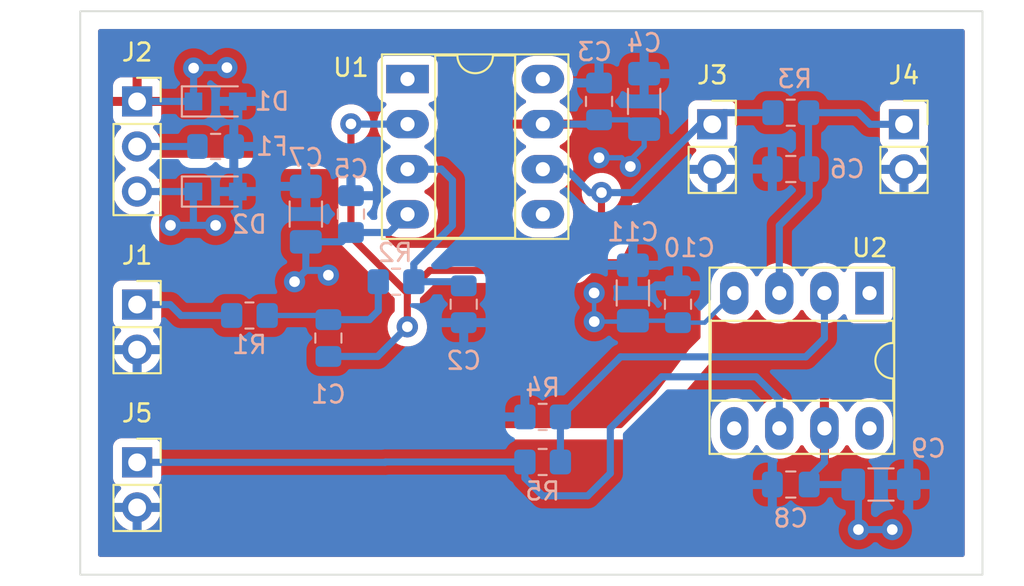
<source format=kicad_pcb>
(kicad_pcb (version 20211014) (generator pcbnew)
  (layers (0 "F.Cu" signal) (31 "B.Cu" signal) (34 "B.Paste" user) (35 "F.Paste" user) (36 "B.SilkS" user "B.Silkscreen") (37 "F.SilkS" user "F.Silkscreen") (38 "B.Mask" user) (39 "F.Mask" user) (44 "Edge.Cuts" user))
  (net 0 "")
  (net 1 "Net-(C1-Pad1)")
  (net 2 "Net-(C1-Pad2)")
  (net 3 "Net-(C2-Pad1)")
  (net 4 "GND")
  (net 5 "+15V")
  (net 6 "-15V")
  (net 7 "Net-(C6-Pad1)")
  (net 8 "Net-(F1-Pad1)")
  (net 9 "Net-(J1-Pad1)")
  (net 10 "Net-(J5-Pad1)")
  (net 11 "Net-(R4-Pad1)")
  (footprint "Connector_PinSocket_2.54mm:PinSocket_1x02_P2.54mm_Vertical" (layer "F.Cu") (at 147.98 55.9)
    (fp_text reference "J4" (at 0 -2.77) (layer "F.SilkS"))
    (fp_text value "Conn_01x02_Male")
    (fp_line (start -1.33 1.27) (end -1.33 3.87) (layer "F.SilkS") (width 0.12))
    (fp_line (start 0 -1.33) (end 1.33 -1.33) (layer "F.SilkS") (width 0.12))
    (fp_line (start -1.33 1.27) (end 1.33 1.27) (layer "F.SilkS") (width 0.12))
    (fp_line (start 1.33 1.27) (end 1.33 3.87) (layer "F.SilkS") (width 0.12))
    (fp_line (start 1.33 -1.33) (end 1.33 0) (layer "F.SilkS") (width 0.12))
    (fp_line (start -1.33 3.87) (end 1.33 3.87) (layer "F.SilkS") (width 0.12))
    (pad "1" thru_hole rect locked (at 0 0) (size 1.7 1.7) (drill 1) (layers *.Cu *.Mask) (net 7 "Net-(C6-Pad1)"))
    (pad "2" thru_hole oval locked (at 0 2.54) (size 1.7 1.7) (drill 1) (layers *.Cu *.Mask) (net 4 "GND"))
  )
  (footprint "Package_DIP:DIP-8_W7.62mm_Socket_LongPads" (layer "F.Cu") (at 120.025 53.35)
    (fp_text reference "U1" (at -3.185 -0.645) (layer "F.SilkS"))
    (fp_text value "TL051CP")
    (fp_line (start 6.06 8.95) (end 6.06 -1.33) (layer "F.SilkS") (width 0.12))
    (fp_line (start 2.81 -1.33) (end 1.56 -1.33) (layer "F.SilkS") (width 0.12))
    (fp_line (start -1.44 9.01) (end 9.06 9.01) (layer "F.SilkS") (width 0.12))
    (fp_line (start 1.56 -1.33) (end 1.56 8.95) (layer "F.SilkS") (width 0.12))
    (fp_line (start 6.06 -1.33) (end 4.81 -1.33) (layer "F.SilkS") (width 0.12))
    (fp_line (start 9.06 9.01) (end 9.06 -1.39) (layer "F.SilkS") (width 0.12))
    (fp_line (start 9.06 -1.39) (end -1.44 -1.39) (layer "F.SilkS") (width 0.12))
    (fp_line (start -1.44 -1.39) (end -1.44 9.01) (layer "F.SilkS") (width 0.12))
    (fp_line (start 1.56 8.95) (end 6.06 8.95) (layer "F.SilkS") (width 0.12))
    (fp_arc (start 4.81 -1.33) (mid 3.81 -0.33) (end 2.81 -1.33) (layer "F.SilkS") (width 0.12))
    (pad "1" thru_hole rect locked (at 0 0) (size 2.4 1.6) (drill 0.8) (layers *.Cu *.Mask))
    (pad "2" thru_hole oval locked (at 0 2.54) (size 2.4 1.6) (drill 0.8) (layers *.Cu *.Mask) (net 2 "Net-(C1-Pad2)"))
    (pad "3" thru_hole oval locked (at 0 5.08) (size 2.4 1.6) (drill 0.8) (layers *.Cu *.Mask) (net 3 "Net-(C2-Pad1)"))
    (pad "4" thru_hole oval locked (at 0 7.62) (size 2.4 1.6) (drill 0.8) (layers *.Cu *.Mask) (net 6 "-15V"))
    (pad "5" thru_hole oval locked (at 7.62 7.62) (size 2.4 1.6) (drill 0.8) (layers *.Cu *.Mask))
    (pad "6" thru_hole oval locked (at 7.62 5.08) (size 2.4 1.6) (drill 0.8) (layers *.Cu *.Mask) (net 2 "Net-(C1-Pad2)"))
    (pad "7" thru_hole oval locked (at 7.62 2.54) (size 2.4 1.6) (drill 0.8) (layers *.Cu *.Mask) (net 5 "+15V"))
    (pad "8" thru_hole oval locked (at 7.62 0) (size 2.4 1.6) (drill 0.8) (layers *.Cu *.Mask))
  )
  (footprint "Connector_PinSocket_2.54mm:PinSocket_1x02_P2.54mm_Vertical" (layer "F.Cu") (at 104.8 66.06)
    (fp_text reference "J1" (at 0 -2.77) (layer "F.SilkS"))
    (fp_text value "Conn_01x02_Male")
    (fp_line (start 1.33 -1.33) (end 1.33 0) (layer "F.SilkS") (width 0.12))
    (fp_line (start -1.33 1.27) (end -1.33 3.87) (layer "F.SilkS") (width 0.12))
    (fp_line (start -1.33 3.87) (end 1.33 3.87) (layer "F.SilkS") (width 0.12))
    (fp_line (start 0 -1.33) (end 1.33 -1.33) (layer "F.SilkS") (width 0.12))
    (fp_line (start -1.33 1.27) (end 1.33 1.27) (layer "F.SilkS") (width 0.12))
    (fp_line (start 1.33 1.27) (end 1.33 3.87) (layer "F.SilkS") (width 0.12))
    (pad "1" thru_hole rect locked (at 0 0) (size 1.7 1.7) (drill 1) (layers *.Cu *.Mask) (net 9 "Net-(J1-Pad1)"))
    (pad "2" thru_hole oval locked (at 0 2.54) (size 1.7 1.7) (drill 1) (layers *.Cu *.Mask) (net 4 "GND"))
  )
  (footprint "Package_DIP:DIP-8_W7.62mm_Socket_LongPads" (layer "F.Cu") (at 146.04 65.415 -90)
    (fp_text reference "U2" (at -2.55 -0.01 180) (layer "F.SilkS"))
    (fp_text value "TL051CP")
    (fp_line (start 9.06 9.01) (end 9.06 -1.39) (layer "F.SilkS") (width 0.12))
    (fp_line (start -1.44 -1.39) (end -1.44 9.01) (layer "F.SilkS") (width 0.12))
    (fp_line (start 6.06 8.95) (end 6.06 -1.33) (layer "F.SilkS") (width 0.12))
    (fp_line (start 6.06 -1.33) (end 4.81 -1.33) (layer "F.SilkS") (width 0.12))
    (fp_line (start 1.56 -1.33) (end 1.56 8.95) (layer "F.SilkS") (width 0.12))
    (fp_line (start 9.06 -1.39) (end -1.44 -1.39) (layer "F.SilkS") (width 0.12))
    (fp_line (start 2.81 -1.33) (end 1.56 -1.33) (layer "F.SilkS") (width 0.12))
    (fp_line (start -1.44 9.01) (end 9.06 9.01) (layer "F.SilkS") (width 0.12))
    (fp_line (start 1.56 8.95) (end 6.06 8.95) (layer "F.SilkS") (width 0.12))
    (fp_arc (start 4.81 -1.33) (mid 3.81 -0.33) (end 2.81 -1.33) (layer "F.SilkS") (width 0.12))
    (pad "1" thru_hole rect locked (at 0 0 270) (size 2.4 1.6) (drill 0.8) (layers *.Cu *.Mask))
    (pad "2" thru_hole oval locked (at 0 2.54 270) (size 2.4 1.6) (drill 0.8) (layers *.Cu *.Mask) (net 11 "Net-(R4-Pad1)"))
    (pad "3" thru_hole oval locked (at 0 5.08 270) (size 2.4 1.6) (drill 0.8) (layers *.Cu *.Mask) (net 7 "Net-(C6-Pad1)"))
    (pad "4" thru_hole oval locked (at 0 7.62 270) (size 2.4 1.6) (drill 0.8) (layers *.Cu *.Mask) (net 6 "-15V"))
    (pad "5" thru_hole oval locked (at 7.62 7.62 270) (size 2.4 1.6) (drill 0.8) (layers *.Cu *.Mask))
    (pad "6" thru_hole oval locked (at 7.62 5.08 270) (size 2.4 1.6) (drill 0.8) (layers *.Cu *.Mask) (net 10 "Net-(J5-Pad1)"))
    (pad "7" thru_hole oval locked (at 7.62 2.54 270) (size 2.4 1.6) (drill 0.8) (layers *.Cu *.Mask) (net 5 "+15V"))
    (pad "8" thru_hole oval locked (at 7.62 0 270) (size 2.4 1.6) (drill 0.8) (layers *.Cu *.Mask))
  )
  (footprint "Connector_PinSocket_2.54mm:PinSocket_1x02_P2.54mm_Vertical" (layer "F.Cu") (at 104.8 74.95)
    (fp_text reference "J5" (at 0 -2.77) (layer "F.SilkS"))
    (fp_text value "Conn_01x02_Male")
    (fp_line (start 1.33 1.27) (end 1.33 3.87) (layer "F.SilkS") (width 0.12))
    (fp_line (start 1.33 -1.33) (end 1.33 0) (layer "F.SilkS") (width 0.12))
    (fp_line (start -1.33 1.27) (end -1.33 3.87) (layer "F.SilkS") (width 0.12))
    (fp_line (start 0 -1.33) (end 1.33 -1.33) (layer "F.SilkS") (width 0.12))
    (fp_line (start -1.33 1.27) (end 1.33 1.27) (layer "F.SilkS") (width 0.12))
    (fp_line (start -1.33 3.87) (end 1.33 3.87) (layer "F.SilkS") (width 0.12))
    (pad "1" thru_hole rect locked (at 0 0) (size 1.7 1.7) (drill 1) (layers *.Cu *.Mask) (net 10 "Net-(J5-Pad1)"))
    (pad "2" thru_hole oval locked (at 0 2.54) (size 1.7 1.7) (drill 1) (layers *.Cu *.Mask) (net 4 "GND"))
  )
  (footprint "Connector_PinSocket_2.54mm:PinSocket_1x02_P2.54mm_Vertical" (layer "F.Cu") (at 137.185 55.9)
    (fp_text reference "J3" (at 0 -2.77) (layer "F.SilkS"))
    (fp_text value "Conn_01x02_Male")
    (fp_line (start -1.33 3.87) (end 1.33 3.87) (layer "F.SilkS") (width 0.12))
    (fp_line (start -1.33 1.27) (end -1.33 3.87) (layer "F.SilkS") (width 0.12))
    (fp_line (start 1.33 -1.33) (end 1.33 0) (layer "F.SilkS") (width 0.12))
    (fp_line (start 0 -1.33) (end 1.33 -1.33) (layer "F.SilkS") (width 0.12))
    (fp_line (start 1.33 1.27) (end 1.33 3.87) (layer "F.SilkS") (width 0.12))
    (fp_line (start -1.33 1.27) (end 1.33 1.27) (layer "F.SilkS") (width 0.12))
    (pad "1" thru_hole rect locked (at 0 0) (size 1.7 1.7) (drill 1) (layers *.Cu *.Mask) (net 2 "Net-(C1-Pad2)"))
    (pad "2" thru_hole oval locked (at 0 2.54) (size 1.7 1.7) (drill 1) (layers *.Cu *.Mask) (net 4 "GND"))
  )
  (footprint "Connector_PinSocket_2.54mm:PinSocket_1x03_P2.54mm_Vertical" (layer "F.Cu") (at 104.8 54.61)
    (fp_text reference "J2" (at 0 -2.77) (layer "F.SilkS"))
    (fp_text value "Conn_01x03_Female")
    (fp_line (start 1.33 1.27) (end 1.33 6.41) (layer "F.SilkS") (width 0.12))
    (fp_line (start -1.33 1.27) (end 1.33 1.27) (layer "F.SilkS") (width 0.12))
    (fp_line (start -1.33 6.41) (end 1.33 6.41) (layer "F.SilkS") (width 0.12))
    (fp_line (start 1.33 -1.33) (end 1.33 0) (layer "F.SilkS") (width 0.12))
    (fp_line (start -1.33 1.27) (end -1.33 6.41) (layer "F.SilkS") (width 0.12))
    (fp_line (start 0 -1.33) (end 1.33 -1.33) (layer "F.SilkS") (width 0.12))
    (pad "1" thru_hole rect locked (at 0 0) (size 1.7 1.7) (drill 1) (layers *.Cu *.Mask) (net 5 "+15V"))
    (pad "2" thru_hole oval locked (at 0 2.54) (size 1.7 1.7) (drill 1) (layers *.Cu *.Mask) (net 8 "Net-(F1-Pad1)"))
    (pad "3" thru_hole oval locked (at 0 5.08) (size 1.7 1.7) (drill 1) (layers *.Cu *.Mask) (net 6 "-15V"))
  )
  (footprint "Resistor_SMD:R_0805_2012Metric_Pad1.20x1.40mm_HandSolder" (layer "B.Cu") (at 141.605 55.245)
    (fp_text reference "R3" (at 0.227064 -1.905) (layer "B.SilkS") (effects (justify mirror)))
    (fp_text value "230")
    (fp_line (start -0.227064 -0.735) (end 0.227064 -0.735) (layer "B.SilkS") (width 0.12))
    (fp_line (start -0.227064 0.735) (end 0.227064 0.735) (layer "B.SilkS") (width 0.12))
    (pad "1" smd roundrect locked (at -1 0) (size 1.2 1.4) (layers "B.Cu" "B.Paste" "B.Mask") (roundrect_rratio 0.2083333333) (net 2 "Net-(C1-Pad2)"))
    (pad "2" smd roundrect locked (at 1 0) (size 1.2 1.4) (layers "B.Cu" "B.Paste" "B.Mask") (roundrect_rratio 0.2083333333) (net 7 "Net-(C6-Pad1)"))
  )
  (footprint "Resistor_SMD:R_0805_2012Metric_Pad1.20x1.40mm_HandSolder" (layer "B.Cu") (at 119.38 64.77)
    (fp_text reference "R2" (at -0.050991 -1.633592) (layer "B.SilkS") (effects (justify mirror)))
    (fp_text value "10k")
    (fp_line (start -0.227064 0.735) (end 0.227064 0.735) (layer "B.SilkS") (width 0.12))
    (fp_line (start -0.227064 -0.735) (end 0.227064 -0.735) (layer "B.SilkS") (width 0.12))
    (pad "1" smd roundrect locked (at -1 0) (size 1.2 1.4) (layers "B.Cu" "B.Paste" "B.Mask") (roundrect_rratio 0.2083333333) (net 1 "Net-(C1-Pad1)"))
    (pad "2" smd roundrect locked (at 1 0) (size 1.2 1.4) (layers "B.Cu" "B.Paste" "B.Mask") (roundrect_rratio 0.2083333333) (net 3 "Net-(C2-Pad1)"))
  )
  (footprint "Diode_SMD:D_SOD-323_HandSoldering" (layer "B.Cu") (at 109.22 54.61)
    (fp_text reference "D1" (at 3.175 0) (layer "B.SilkS") (effects (justify mirror)))
    (fp_text value "D_Zener")
    (fp_line (start -1.9 0.85) (end 1.25 0.85) (layer "B.SilkS") (width 0.12))
    (fp_line (start -1.9 -0.85) (end 1.25 -0.85) (layer "B.SilkS") (width 0.12))
    (fp_line (start -1.9 0.85) (end -1.9 -0.85) (layer "B.SilkS") (width 0.12))
    (pad "1" smd rect locked (at -1.25 0) (size 1 1) (layers "B.Cu" "B.Paste" "B.Mask") (net 5 "+15V"))
    (pad "2" smd rect locked (at 1.25 0) (size 1 1) (layers "B.Cu" "B.Paste" "B.Mask") (net 4 "GND"))
  )
  (footprint "Capacitor_SMD:C_0805_2012Metric_Pad1.18x1.45mm_HandSolder" (layer "B.Cu") (at 135.255 66.04 90)
    (fp_text reference "C10" (at 3.175 0.635) (layer "B.SilkS") (effects (justify mirror)))
    (fp_text value "100n")
    (fp_line (start -0.261252 0.735) (end 0.261252 0.735) (layer "B.SilkS") (width 0.12))
    (fp_line (start -0.261252 -0.735) (end 0.261252 -0.735) (layer "B.SilkS") (width 0.12))
    (pad "1" smd roundrect locked (at -1.0375 0 90) (size 1.175 1.45) (layers "B.Cu" "B.Paste" "B.Mask") (roundrect_rratio 0.2127659574) (net 6 "-15V"))
    (pad "2" smd roundrect locked (at 1.0375 0 90) (size 1.175 1.45) (layers "B.Cu" "B.Paste" "B.Mask") (roundrect_rratio 0.2127659574) (net 4 "GND"))
  )
  (footprint "Capacitor_SMD:C_1206_3216Metric_Pad1.33x1.80mm_HandSolder" (layer "B.Cu") (at 146.685 76.2)
    (fp_text reference "C9" (at 2.667 -2.032) (layer "B.SilkS") (effects (justify mirror)))
    (fp_text value "10u")
    (fp_line (start -0.711252 0.91) (end 0.711252 0.91) (layer "B.SilkS") (width 0.12))
    (fp_line (start -0.711252 -0.91) (end 0.711252 -0.91) (layer "B.SilkS") (width 0.12))
    (pad "1" smd roundrect locked (at -1.5625 0) (size 1.325 1.8) (layers "B.Cu" "B.Paste" "B.Mask") (roundrect_rratio 0.1886792453) (net 5 "+15V"))
    (pad "2" smd roundrect locked (at 1.5625 0) (size 1.325 1.8) (layers "B.Cu" "B.Paste" "B.Mask") (roundrect_rratio 0.1886792453) (net 4 "GND"))
  )
  (footprint "Capacitor_SMD:C_1206_3216Metric_Pad1.33x1.80mm_HandSolder" (layer "B.Cu") (at 114.3 60.96 90)
    (fp_text reference "C7" (at 3.175 0 180) (layer "B.SilkS") (effects (justify mirror)))
    (fp_text value "10u")
    (fp_line (start -0.711252 0.91) (end 0.711252 0.91) (layer "B.SilkS") (width 0.12))
    (fp_line (start -0.711252 -0.91) (end 0.711252 -0.91) (layer "B.SilkS") (width 0.12))
    (pad "1" smd roundrect locked (at -1.5625 0 90) (size 1.325 1.8) (layers "B.Cu" "B.Paste" "B.Mask") (roundrect_rratio 0.1886792453) (net 6 "-15V"))
    (pad "2" smd roundrect locked (at 1.5625 0 90) (size 1.325 1.8) (layers "B.Cu" "B.Paste" "B.Mask") (roundrect_rratio 0.1886792453) (net 4 "GND"))
  )
  (footprint "Capacitor_SMD:C_1206_3216Metric_Pad1.33x1.80mm_HandSolder" (layer "B.Cu") (at 133.35 54.61 90)
    (fp_text reference "C4" (at 3.302 0 180) (layer "B.SilkS") (effects (justify mirror)))
    (fp_text value "10u")
    (fp_line (start -0.711252 0.91) (end 0.711252 0.91) (layer "B.SilkS") (width 0.12))
    (fp_line (start -0.711252 -0.91) (end 0.711252 -0.91) (layer "B.SilkS") (width 0.12))
    (pad "1" smd roundrect locked (at -1.5625 0 90) (size 1.325 1.8) (layers "B.Cu" "B.Paste" "B.Mask") (roundrect_rratio 0.1886792453) (net 5 "+15V"))
    (pad "2" smd roundrect locked (at 1.5625 0 90) (size 1.325 1.8) (layers "B.Cu" "B.Paste" "B.Mask") (roundrect_rratio 0.1886792453) (net 4 "GND"))
  )
  (footprint "Capacitor_SMD:C_0805_2012Metric_Pad1.18x1.45mm_HandSolder" (layer "B.Cu") (at 115.57 67.945 -90)
    (fp_text reference "C1" (at 3.175 0 180) (layer "B.SilkS") (effects (justify mirror)))
    (fp_text value "4.7u")
    (fp_line (start -0.261252 0.735) (end 0.261252 0.735) (layer "B.SilkS") (width 0.12))
    (fp_line (start -0.261252 -0.735) (end 0.261252 -0.735) (layer "B.SilkS") (width 0.12))
    (pad "1" smd roundrect locked (at -1.0375 0 270) (size 1.175 1.45) (layers "B.Cu" "B.Paste" "B.Mask") (roundrect_rratio 0.2127659574) (net 1 "Net-(C1-Pad1)"))
    (pad "2" smd roundrect locked (at 1.0375 0 270) (size 1.175 1.45) (layers "B.Cu" "B.Paste" "B.Mask") (roundrect_rratio 0.2127659574) (net 2 "Net-(C1-Pad2)"))
  )
  (footprint "Resistor_SMD:R_0805_2012Metric_Pad1.20x1.40mm_HandSolder" (layer "B.Cu") (at 111.125 66.675)
    (fp_text reference "R1" (at 0 1.65) (layer "B.SilkS") (effects (justify mirror)))
    (fp_text value "10K")
    (fp_line (start -0.227064 -0.735) (end 0.227064 -0.735) (layer "B.SilkS") (width 0.12))
    (fp_line (start -0.227064 0.735) (end 0.227064 0.735) (layer "B.SilkS") (width 0.12))
    (pad "1" smd roundrect locked (at -1 0) (size 1.2 1.4) (layers "B.Cu" "B.Paste" "B.Mask") (roundrect_rratio 0.2083333333) (net 9 "Net-(J1-Pad1)"))
    (pad "2" smd roundrect locked (at 1 0) (size 1.2 1.4) (layers "B.Cu" "B.Paste" "B.Mask") (roundrect_rratio 0.2083333333) (net 1 "Net-(C1-Pad1)"))
  )
  (footprint "Resistor_SMD:R_0805_2012Metric_Pad1.20x1.40mm_HandSolder" (layer "B.Cu") (at 127.635 72.39 180)
    (fp_text reference "R4" (at 0 1.65) (layer "B.SilkS") (effects (justify mirror)))
    (fp_text value "4.3k")
    (fp_line (start -0.227064 -0.735) (end 0.227064 -0.735) (layer "B.SilkS") (width 0.12))
    (fp_line (start -0.227064 0.735) (end 0.227064 0.735) (layer "B.SilkS") (width 0.12))
    (pad "1" smd roundrect locked (at -1 0 180) (size 1.2 1.4) (layers "B.Cu" "B.Paste" "B.Mask") (roundrect_rratio 0.2083333333) (net 11 "Net-(R4-Pad1)"))
    (pad "2" smd roundrect locked (at 1 0 180) (size 1.2 1.4) (layers "B.Cu" "B.Paste" "B.Mask") (roundrect_rratio 0.2083333333) (net 4 "GND"))
  )
  (footprint "Diode_SMD:D_SOD-323_HandSoldering" (layer "B.Cu") (at 109.22 59.69)
    (fp_text reference "D2" (at 1.905 1.85 180) (layer "B.SilkS") (effects (justify mirror)))
    (fp_text value "D_Zener")
    (fp_line (start -1.9 -0.85) (end 1.25 -0.85) (layer "B.SilkS") (width 0.12))
    (fp_line (start -1.9 0.85) (end -1.9 -0.85) (layer "B.SilkS") (width 0.12))
    (fp_line (start -1.9 0.85) (end 1.25 0.85) (layer "B.SilkS") (width 0.12))
    (pad "1" smd rect locked (at -1.25 0) (size 1 1) (layers "B.Cu" "B.Paste" "B.Mask") (net 6 "-15V"))
    (pad "2" smd rect locked (at 1.25 0) (size 1 1) (layers "B.Cu" "B.Paste" "B.Mask") (net 4 "GND"))
  )
  (footprint "Capacitor_SMD:C_0805_2012Metric_Pad1.18x1.45mm_HandSolder" (layer "B.Cu") (at 130.81 54.61 90)
    (fp_text reference "C3" (at 2.794 -0.254 180) (layer "B.SilkS") (effects (justify mirror)))
    (fp_text value "100n")
    (fp_line (start -0.261252 -0.735) (end 0.261252 -0.735) (layer "B.SilkS") (width 0.12))
    (fp_line (start -0.261252 0.735) (end 0.261252 0.735) (layer "B.SilkS") (width 0.12))
    (pad "1" smd roundrect locked (at -1.0375 0 90) (size 1.175 1.45) (layers "B.Cu" "B.Paste" "B.Mask") (roundrect_rratio 0.2127659574) (net 5 "+15V"))
    (pad "2" smd roundrect locked (at 1.0375 0 90) (size 1.175 1.45) (layers "B.Cu" "B.Paste" "B.Mask") (roundrect_rratio 0.2127659574) (net 4 "GND"))
  )
  (footprint "Capacitor_SMD:C_0805_2012Metric_Pad1.18x1.45mm_HandSolder" (layer "B.Cu") (at 116.84 60.96 90)
    (fp_text reference "C5" (at 2.54 0 180) (layer "B.SilkS") (effects (justify mirror)))
    (fp_text value "100n")
    (fp_line (start -0.261252 -0.735) (end 0.261252 -0.735) (layer "B.SilkS") (width 0.12))
    (fp_line (start -0.261252 0.735) (end 0.261252 0.735) (layer "B.SilkS") (width 0.12))
    (pad "1" smd roundrect locked (at -1.0375 0 90) (size 1.175 1.45) (layers "B.Cu" "B.Paste" "B.Mask") (roundrect_rratio 0.2127659574) (net 6 "-15V"))
    (pad "2" smd roundrect locked (at 1.0375 0 90) (size 1.175 1.45) (layers "B.Cu" "B.Paste" "B.Mask") (roundrect_rratio 0.2127659574) (net 4 "GND"))
  )
  (footprint "Capacitor_SMD:C_0805_2012Metric_Pad1.18x1.45mm_HandSolder" (layer "B.Cu") (at 123.19 66.04 -90)
    (fp_text reference "C2" (at 3.175 0 180) (layer "B.SilkS") (effects (justify mirror)))
    (fp_text value "390n")
    (fp_line (start -0.261252 0.735) (end 0.261252 0.735) (layer "B.SilkS") (width 0.12))
    (fp_line (start -0.261252 -0.735) (end 0.261252 -0.735) (layer "B.SilkS") (width 0.12))
    (pad "1" smd roundrect locked (at -1.0375 0 270) (size 1.175 1.45) (layers "B.Cu" "B.Paste" "B.Mask") (roundrect_rratio 0.2127659574) (net 3 "Net-(C2-Pad1)"))
    (pad "2" smd roundrect locked (at 1.0375 0 270) (size 1.175 1.45) (layers "B.Cu" "B.Paste" "B.Mask") (roundrect_rratio 0.2127659574) (net 4 "GND"))
  )
  (footprint "Capacitor_SMD:C_1206_3216Metric_Pad1.33x1.80mm_HandSolder" (layer "B.Cu") (at 132.715 65.405 90)
    (fp_text reference "C11" (at 3.429 0 180) (layer "B.SilkS") (effects (justify mirror)))
    (fp_text value "10u")
    (fp_line (start -0.711252 0.91) (end 0.711252 0.91) (layer "B.SilkS") (width 0.12))
    (fp_line (start -0.711252 -0.91) (end 0.711252 -0.91) (layer "B.SilkS") (width 0.12))
    (pad "1" smd roundrect locked (at -1.5625 0 90) (size 1.325 1.8) (layers "B.Cu" "B.Paste" "B.Mask") (roundrect_rratio 0.1886792453) (net 6 "-15V"))
    (pad "2" smd roundrect locked (at 1.5625 0 90) (size 1.325 1.8) (layers "B.Cu" "B.Paste" "B.Mask") (roundrect_rratio 0.1886792453) (net 4 "GND"))
  )
  (footprint "Capacitor_SMD:C_0805_2012Metric_Pad1.18x1.45mm_HandSolder" (layer "B.Cu") (at 141.605 76.2 180)
    (fp_text reference "C8" (at 0 -1.905) (layer "B.SilkS") (effects (justify mirror)))
    (fp_text value "100n")
    (fp_line (start -0.261252 0.735) (end 0.261252 0.735) (layer "B.SilkS") (width 0.12))
    (fp_line (start -0.261252 -0.735) (end 0.261252 -0.735) (layer "B.SilkS") (width 0.12))
    (pad "1" smd roundrect locked (at -1.0375 0 180) (size 1.175 1.45) (layers "B.Cu" "B.Paste" "B.Mask") (roundrect_rratio 0.2127659574) (net 5 "+15V"))
    (pad "2" smd roundrect locked (at 1.0375 0 180) (size 1.175 1.45) (layers "B.Cu" "B.Paste" "B.Mask") (roundrect_rratio 0.2127659574) (net 4 "GND"))
  )
  (footprint "Fuse:Fuse_0805_2012Metric_Pad1.15x1.40mm_HandSolder" (layer "B.Cu") (at 109.22 57.15)
    (fp_text reference "F1" (at 3.175 0) (layer "B.SilkS") (effects (justify mirror)))
    (fp_text value "Fuse")
    (fp_line (start -0.261252 0.71) (end 0.261252 0.71) (layer "B.SilkS") (width 0.12))
    (fp_line (start -0.261252 -0.71) (end 0.261252 -0.71) (layer "B.SilkS") (width 0.12))
    (pad "1" smd roundrect locked (at -1.025 0) (size 1.15 1.4) (layers "B.Cu" "B.Paste" "B.Mask") (roundrect_rratio 0.2173913043) (net 8 "Net-(F1-Pad1)"))
    (pad "2" smd roundrect locked (at 1.025 0) (size 1.15 1.4) (layers "B.Cu" "B.Paste" "B.Mask") (roundrect_rratio 0.2173913043) (net 4 "GND"))
  )
  (footprint "Capacitor_SMD:C_0805_2012Metric_Pad1.18x1.45mm_HandSolder" (layer "B.Cu") (at 141.605 58.42 180)
    (fp_text reference "C6" (at -3.175 0) (layer "B.SilkS") (effects (justify mirror)))
    (fp_text value "100n")
    (fp_line (start -0.261252 0.735) (end 0.261252 0.735) (layer "B.SilkS") (width 0.12))
    (fp_line (start -0.261252 -0.735) (end 0.261252 -0.735) (layer "B.SilkS") (width 0.12))
    (pad "1" smd roundrect locked (at -1.0375 0 180) (size 1.175 1.45) (layers "B.Cu" "B.Paste" "B.Mask") (roundrect_rratio 0.2127659574) (net 7 "Net-(C6-Pad1)"))
    (pad "2" smd roundrect locked (at 1.0375 0 180) (size 1.175 1.45) (layers "B.Cu" "B.Paste" "B.Mask") (roundrect_rratio 0.2127659574) (net 4 "GND"))
  )
  (footprint "Resistor_SMD:R_0805_2012Metric_Pad1.20x1.40mm_HandSolder" (layer "B.Cu") (at 127.635 74.93)
    (fp_text reference "R5" (at 0 1.65) (layer "B.SilkS") (effects (justify mirror)))
    (fp_text value "10k")
    (fp_line (start -0.227064 -0.735) (end 0.227064 -0.735) (layer "B.SilkS") (width 0.12))
    (fp_line (start -0.227064 0.735) (end 0.227064 0.735) (layer "B.SilkS") (width 0.12))
    (pad "1" smd roundrect locked (at -1 0) (size 1.2 1.4) (layers "B.Cu" "B.Paste" "B.Mask") (roundrect_rratio 0.2083333333) (net 10 "Net-(J5-Pad1)"))
    (pad "2" smd roundrect locked (at 1 0) (size 1.2 1.4) (layers "B.Cu" "B.Paste" "B.Mask") (roundrect_rratio 0.2083333333) (net 11 "Net-(R4-Pad1)"))
  )
  (gr_rect (start 101.6 49.53) (end 152.4 81.28) (layer "Edge.Cuts") (width 0.1) (fill none))
  (segment (start 117.8775 66.9075) (end 118.38 66.405) (width 0.4) (layer "B.Cu") (net 1))
  (segment (start 112.125 66.675) (end 115.3375 66.675) (width 0.3) (layer "B.Cu") (net 1))
  (segment (start 118.38 66.405) (end 118.38 64.77) (width 0.4) (layer "B.Cu") (net 1))
  (segment (start 115.3375 66.675) (end 115.57 66.9075) (width 0.3) (layer "B.Cu") (net 1))
  (segment (start 115.57 66.9075) (end 117.8775 66.9075) (width 0.4) (layer "B.Cu") (net 1))
  (segment (start 129.54 64.135) (end 121.285 64.135) (width 0.4) (layer "F.Cu") (net 2))
  (segment (start 116.84 62.23) (end 116.84 55.88) (width 0.4) (layer "F.Cu") (net 2))
  (segment (start 120.015 65.405) (end 116.84 62.23) (width 0.4) (layer "F.Cu") (net 2))
  (segment (start 130.947343 59.749796) (end 130.947343 62.727657) (width 0.4) (layer "F.Cu") (net 2))
  (segment (start 120.015 65.405) (end 120.015 67.31) (width 0.4) (layer "F.Cu") (net 2))
  (segment (start 130.947343 62.727657) (end 129.54 64.135) (width 0.4) (layer "F.Cu") (net 2))
  (segment (start 121.285 64.135) (end 120.015 65.405) (width 0.4) (layer "F.Cu") (net 2))
  (via (at 130.947343 59.749796) (size 1.2) (drill 0.6) (layers "F.Cu" "B.Cu") (net 2))
  (via (at 120.015 67.31) (size 1.2) (drill 0.6) (layers "F.Cu" "B.Cu") (net 2))
  (via (at 116.84 55.88) (size 1.2) (drill 0.6) (layers "F.Cu" "B.Cu") (net 2))
  (segment (start 136.505 55.9) (end 137.185 55.9) (width 0.4) (layer "B.Cu") (net 2))
  (segment (start 132.655204 59.749796) (end 136.505 55.9) (width 0.4) (layer "B.Cu") (net 2))
  (segment (start 128.965067 58.43) (end 127.645 58.43) (width 0.4) (layer "B.Cu") (net 2))
  (segment (start 130.284863 59.749796) (end 128.965067 58.43) (width 0.4) (layer "B.Cu") (net 2))
  (segment (start 130.947343 59.749796) (end 130.284863 59.749796) (width 0.4) (layer "B.Cu") (net 2))
  (segment (start 137.185 55.9) (end 137.84 55.245) (width 0.4) (layer "B.Cu") (net 2))
  (segment (start 116.85 55.89) (end 116.84 55.88) (width 0.4) (layer "B.Cu") (net 2))
  (segment (start 120.015 67.31) (end 118.3425 68.9825) (width 0.4) (layer "B.Cu") (net 2))
  (segment (start 120.025 55.89) (end 116.85 55.89) (width 0.4) (layer "B.Cu") (net 2))
  (segment (start 118.3425 68.9825) (end 115.57 68.9825) (width 0.4) (layer "B.Cu") (net 2))
  (segment (start 137.84 55.245) (end 140.605 55.245) (width 0.4) (layer "B.Cu") (net 2))
  (segment (start 130.947343 59.749796) (end 132.655204 59.749796) (width 0.4) (layer "B.Cu") (net 2))
  (segment (start 120.38 63.77) (end 122.555 61.595) (width 0.4) (layer "B.Cu") (net 3))
  (segment (start 121.91 58.43) (end 120.025 58.43) (width 0.4) (layer "B.Cu") (net 3))
  (segment (start 120.38 64.77) (end 122.9575 64.77) (width 0.4) (layer "B.Cu") (net 3))
  (segment (start 122.555 59.055) (end 121.92 58.42) (width 0.4) (layer "B.Cu") (net 3))
  (segment (start 120.38 64.77) (end 120.38 63.77) (width 0.4) (layer "B.Cu") (net 3))
  (segment (start 121.92 58.42) (end 121.91 58.43) (width 0.4) (layer "B.Cu") (net 3))
  (segment (start 122.555 61.595) (end 122.555 59.055) (width 0.4) (layer "B.Cu") (net 3))
  (segment (start 122.9575 64.77) (end 123.19 65.0025) (width 0.4) (layer "B.Cu") (net 3))
  (via (at 130.81 57.785) (size 1.2) (drill 0.6) (layers "F.Cu" "B.Cu") (net 5))
  (via (at 145.415 78.74) (size 1.2) (drill 0.6) (layers "F.Cu" "B.Cu") (net 5))
  (via (at 107.982339 52.731838) (size 1.2) (drill 0.6) (layers "F.Cu" "B.Cu") (net 5))
  (via (at 109.855 52.705) (size 1.2) (drill 0.6) (layers "F.Cu" "B.Cu") (net 5))
  (via (at 147.32 78.74) (size 1.2) (drill 0.6) (layers "F.Cu" "B.Cu") (net 5))
  (via (at 132.572536 58.277536) (size 1.2) (drill 0.6) (layers "F.Cu" "B.Cu") (net 5))
  (segment (start 132.4825 55.6475) (end 130.81 55.6475) (width 0.3) (layer "B.Cu") (net 5))
  (segment (start 132.08 57.785) (end 132.572536 58.277536) (width 0.3) (layer "B.Cu") (net 5))
  (segment (start 130.5675 55.89) (end 130.81 55.6475) (width 0.4) (layer "B.Cu") (net 5))
  (segment (start 142.6425 75.7975) (end 143.51 74.93) (width 0.4) (layer "B.Cu") (net 5))
  (segment (start 132.572536 58.277536) (end 132.572536 57.922945) (width 0.3) (layer "B.Cu") (net 5))
  (segment (start 107.97 53.995) (end 107.97 54.61) (width 0.4) (layer "B.Cu") (net 5))
  (segment (start 145.1225 76.2) (end 142.6425 76.2) (width 0.4) (layer "B.Cu") (net 5))
  (segment (start 130.81 57.785) (end 132.08 57.785) (width 0.3) (layer "B.Cu") (net 5))
  (segment (start 142.6425 76.2) (end 142.6425 75.7975) (width 0.4) (layer "B.Cu") (net 5))
  (segment (start 107.982339 52.731838) (end 107.982339 53.982661) (width 0.4) (layer "B.Cu") (net 5))
  (segment (start 107.982339 52.731838) (end 108.009177 52.705) (width 0.4) (layer "B.Cu") (net 5))
  (segment (start 133.35 57.145481) (end 133.35 56.1725) (width 0.3) (layer "B.Cu") (net 5))
  (segment (start 108.009177 52.705) (end 109.855 52.705) (width 0.4) (layer "B.Cu") (net 5))
  (segment (start 132.572536 57.922945) (end 133.35 57.145481) (width 0.3) (layer "B.Cu") (net 5))
  (segment (start 145.1225 76.2) (end 145.415 76.4925) (width 0.4) (layer "B.Cu") (net 5))
  (segment (start 104.14 54.61) (end 107.97 54.61) (width 0.4) (layer "B.Cu") (net 5))
  (segment (start 133.0075 56.1725) (end 132.4825 55.6475) (width 0.3) (layer "B.Cu") (net 5))
  (segment (start 143.51 74.93) (end 143.5 74.92) (width 0.4) (layer "B.Cu") (net 5))
  (segment (start 133.35 56.1725) (end 133.0075 56.1725) (width 0.3) (layer "B.Cu") (net 5))
  (segment (start 145.415 76.4925) (end 145.415 78.74) (width 0.4) (layer "B.Cu") (net 5))
  (segment (start 145.415 78.74) (end 147.32 78.74) (width 0.4) (layer "B.Cu") (net 5))
  (segment (start 107.982339 53.982661) (end 107.97 53.995) (width 0.4) (layer "B.Cu") (net 5))
  (segment (start 127.645 55.89) (end 130.5675 55.89) (width 0.4) (layer "B.Cu") (net 5))
  (segment (start 143.5 74.92) (end 143.5 73.035) (width 0.4) (layer "B.Cu") (net 5))
  (via (at 130.532011 65.403349) (size 1.2) (drill 0.6) (layers "F.Cu" "B.Cu") (net 6))
  (via (at 130.54009 67.019154) (size 1.2) (drill 0.6) (layers "F.Cu" "B.Cu") (net 6))
  (via (at 113.665 64.77) (size 1.2) (drill 0.6) (layers "F.Cu" "B.Cu") (net 6))
  (via (at 109.22 61.595) (size 1.2) (drill 0.6) (layers "F.Cu" "B.Cu") (net 6))
  (via (at 115.57 64.401607) (size 1.2) (drill 0.6) (layers "F.Cu" "B.Cu") (net 6))
  (via (at 106.68 61.595) (size 1.2) (drill 0.6) (layers "F.Cu" "B.Cu") (net 6))
  (segment (start 130.54009 67.019154) (end 132.663346 67.019154) (width 0.25) (layer "B.Cu") (net 6))
  (segment (start 135.145 66.9675) (end 135.255 67.0775) (width 0.25) (layer "B.Cu") (net 6))
  (segment (start 107.95 61.595) (end 109.22 61.595) (width 0.4) (layer "B.Cu") (net 6))
  (segment (start 114.3 62.5225) (end 116.315 62.5225) (width 0.4) (layer "B.Cu") (net 6))
  (segment (start 107.97 59.69) (end 107.97 61.575) (width 0.4) (layer "B.Cu") (net 6))
  (segment (start 114.3 62.5225) (end 114.3 64.135) (width 0.4) (layer "B.Cu") (net 6))
  (segment (start 107.95 61.595) (end 106.68 61.595) (width 0.4) (layer "B.Cu") (net 6))
  (segment (start 132.715 66.9675) (end 135.145 66.9675) (width 0.25) (layer "B.Cu") (net 6))
  (segment (start 104.14 59.69) (end 107.97 59.69) (width 0.4) (layer "B.Cu") (net 6))
  (segment (start 114.3 64.135) (end 113.665 64.77) (width 0.4) (layer "B.Cu") (net 6))
  (segment (start 114.3 64.135) (end 115.303393 64.135) (width 0.4) (layer "B.Cu") (net 6))
  (segment (start 116.84 61.9975) (end 118.9975 61.9975) (width 0.4) (layer "B.Cu") (net 6))
  (segment (start 116.315 62.5225) (end 116.84 61.9975) (width 0.4) (layer "B.Cu") (net 6))
  (segment (start 107.97 61.575) (end 107.95 61.595) (width 0.4) (layer "B.Cu") (net 6))
  (segment (start 132.663346 67.019154) (end 132.715 66.9675) (width 0.25) (layer "B.Cu") (net 6))
  (segment (start 130.532011 67.011075) (end 130.54009 67.019154) (width 0.25) (layer "B.Cu") (net 6))
  (segment (start 118.9975 61.9975) (end 120.025 60.97) (width 0.4) (layer "B.Cu") (net 6))
  (segment (start 130.532011 65.403349) (end 130.532011 67.011075) (width 0.25) (layer "B.Cu") (net 6))
  (segment (start 115.303393 64.135) (end 115.57 64.401607) (width 0.4) (layer "B.Cu") (net 6))
  (segment (start 136.7575 67.0775) (end 138.42 65.415) (width 0.25) (layer "B.Cu") (net 6))
  (segment (start 135.255 67.0775) (end 136.7575 67.0775) (width 0.25) (layer "B.Cu") (net 6))
  (segment (start 142.6425 59.9225) (end 140.96 61.605) (width 0.4) (layer "B.Cu") (net 7))
  (segment (start 142.605 55.245) (end 145.415 55.245) (width 0.4) (layer "B.Cu") (net 7))
  (segment (start 145.415 55.245) (end 146.07 55.9) (width 0.4) (layer "B.Cu") (net 7))
  (segment (start 146.07 55.9) (end 147.98 55.9) (width 0.4) (layer "B.Cu") (net 7))
  (segment (start 142.605 58.3825) (end 142.6425 58.42) (width 0.4) (layer "B.Cu") (net 7))
  (segment (start 142.6425 58.42) (end 142.6425 59.9225) (width 0.4) (layer "B.Cu") (net 7))
  (segment (start 140.96 61.605) (end 140.96 65.415) (width 0.4) (layer "B.Cu") (net 7))
  (segment (start 142.605 55.245) (end 142.605 58.3825) (width 0.4) (layer "B.Cu") (net 7))
  (segment (start 104.14 57.15) (end 108.195 57.15) (width 0.4) (layer "B.Cu") (net 8))
  (segment (start 107.275 66.675) (end 110.125 66.675) (width 0.4) (layer "B.Cu") (net 9))
  (segment (start 106.66 66.06) (end 107.275 66.675) (width 0.4) (layer "B.Cu") (net 9))
  (segment (start 104.165 66.06) (end 106.66 66.06) (width 0.4) (layer "B.Cu") (net 9))
  (segment (start 131.445 73.025) (end 134.339823 70.130177) (width 0.4) (layer "B.Cu") (net 10))
  (segment (start 118.765 74.95) (end 118.785 74.93) (width 0.4) (layer "B.Cu") (net 10))
  (segment (start 131.445 75.565) (end 131.445 73.025) (width 0.4) (layer "B.Cu") (net 10))
  (segment (start 139.657845 70.130177) (end 140.96 71.432332) (width 0.4) (layer "B.Cu") (net 10))
  (segment (start 118.785 74.93) (end 126.635 74.93) (width 0.4) (layer "B.Cu") (net 10))
  (segment (start 118.765 74.95) (end 104.165 74.95) (width 0.4) (layer "B.Cu") (net 10))
  (segment (start 127.635 76.835) (end 130.175 76.835) (width 0.4) (layer "B.Cu") (net 10))
  (segment (start 134.339823 70.130177) (end 139.657845 70.130177) (width 0.4) (layer "B.Cu") (net 10))
  (segment (start 126.635 74.93) (end 126.635 75.835) (width 0.4) (layer "B.Cu") (net 10))
  (segment (start 140.96 71.432332) (end 140.96 73.035) (width 0.4) (layer "B.Cu") (net 10))
  (segment (start 130.175 76.835) (end 131.445 75.565) (width 0.4) (layer "B.Cu") (net 10))
  (segment (start 126.635 75.835) (end 127.635 76.835) (width 0.4) (layer "B.Cu") (net 10))
  (segment (start 143.5 67.955) (end 142.449527 69.005473) (width 0.4) (layer "B.Cu") (net 11))
  (segment (start 132.019527 69.005473) (end 128.635 72.39) (width 0.4) (layer "B.Cu") (net 11))
  (segment (start 142.449527 69.005473) (end 132.019527 69.005473) (width 0.4) (layer "B.Cu") (net 11))
  (segment (start 143.5 65.415) (end 143.5 67.955) (width 0.4) (layer "B.Cu") (net 11))
  (segment (start 128.635 72.39) (end 128.635 74.93) (width 0.4) (layer "B.Cu") (net 11))
  (zone (net 5) (net_name "+15V") (layer "F.Cu") (connect_pads (clearance 0.508)) (min_thickness 0.254) (fill yes (thermal_gap 0.508) (thermal_bridge_width 0.508))
    (polygon (pts (xy 118.745 56.8325) (xy 116.84 57.785) (xy 105.41 57.785) (xy 105.41 71.755) (xy 107.315 73.66) (xy 133.35 73.66) (xy 137.16 69.215) (xy 137.16 61.595) (xy 135.89 60.325) (xy 132.715 60.325) (xy 131.445 62.865) (xy 119.38 62.865) (xy 118.745 62.23) (xy 118.745 50.165) (xy 125.095 50.165) (xy 152.4 50.165) (xy 152.4 81.28) (xy 101.6 81.28) (xy 101.6 50.165) (xy 118.745 50.165)))
  )
  (zone (net 6) (net_name "-15V") (layer "F.Cu") (connect_pads (clearance 0.508)) (min_thickness 0.254) (fill yes (thermal_gap 0.508) (thermal_bridge_width 0.508))
    (polygon (pts (xy 118.11 59.055) (xy 118.11 62.865) (xy 118.745 63.5) (xy 132.08 63.5) (xy 133.35 60.96) (xy 135.255 60.96) (xy 136.525 62.23) (xy 136.525 67.945) (xy 135.89 68.58) (xy 133.985 71.12) (xy 132.08 73.025) (xy 107.95 73.025) (xy 106.045 71.12) (xy 106.045 58.42) (xy 117.475 58.42)))
  )
  (zone (net 4) (net_name "GND") (layer "B.Cu") (connect_pads (clearance 0.508)) (min_thickness 0.254) (fill yes (thermal_gap 0.508) (thermal_bridge_width 0.508))
    (polygon (pts (xy 153.035 81.915) (xy 100.965 81.915) (xy 100.965 48.895) (xy 153.035 48.895)))
  )
)
</source>
